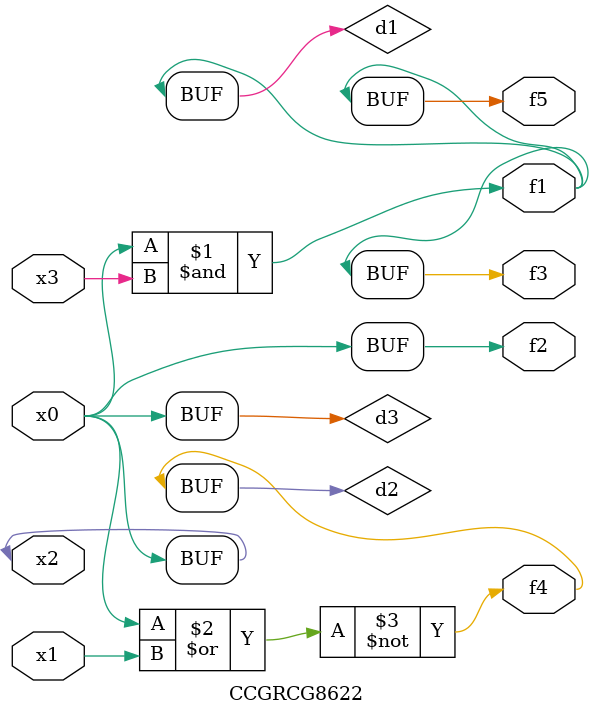
<source format=v>
module CCGRCG8622(
	input x0, x1, x2, x3,
	output f1, f2, f3, f4, f5
);

	wire d1, d2, d3;

	and (d1, x2, x3);
	nor (d2, x0, x1);
	buf (d3, x0, x2);
	assign f1 = d1;
	assign f2 = d3;
	assign f3 = d1;
	assign f4 = d2;
	assign f5 = d1;
endmodule

</source>
